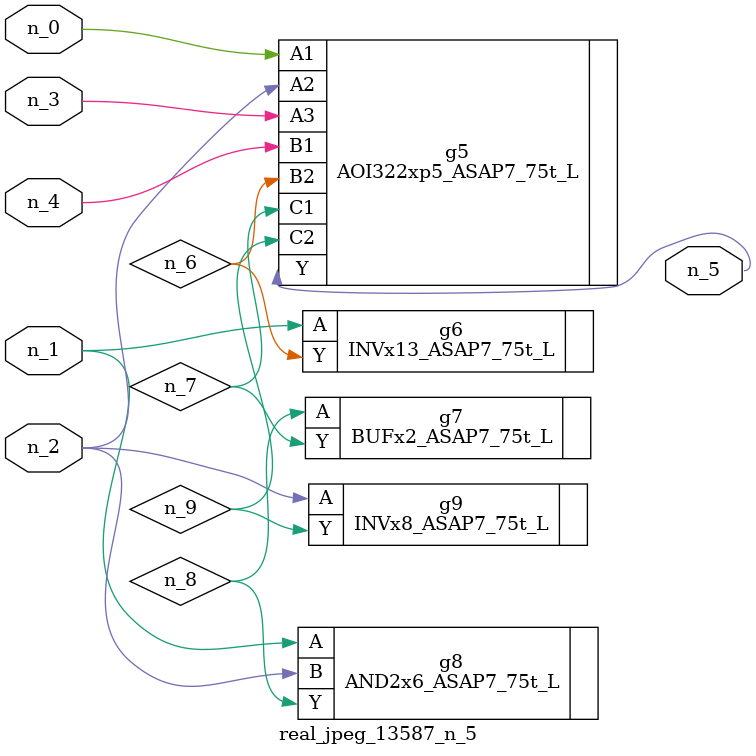
<source format=v>
module real_jpeg_13587_n_5 (n_4, n_0, n_1, n_2, n_3, n_5);

input n_4;
input n_0;
input n_1;
input n_2;
input n_3;

output n_5;

wire n_8;
wire n_6;
wire n_7;
wire n_9;

AOI322xp5_ASAP7_75t_L g5 ( 
.A1(n_0),
.A2(n_2),
.A3(n_3),
.B1(n_4),
.B2(n_6),
.C1(n_7),
.C2(n_9),
.Y(n_5)
);

INVx13_ASAP7_75t_L g6 ( 
.A(n_1),
.Y(n_6)
);

AND2x6_ASAP7_75t_L g8 ( 
.A(n_1),
.B(n_2),
.Y(n_8)
);

INVx8_ASAP7_75t_L g9 ( 
.A(n_2),
.Y(n_9)
);

BUFx2_ASAP7_75t_L g7 ( 
.A(n_8),
.Y(n_7)
);


endmodule
</source>
